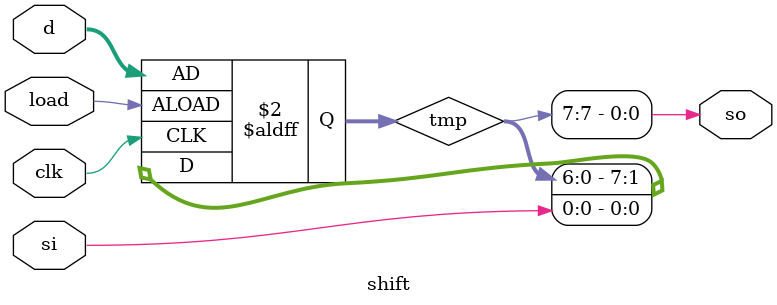
<source format=v>
module shift (clk, load, si, d, so);
	input        clk, si, load;
	input  [7:0] d;
	output       so;
	reg    [7:0] tmp;
	always @(posedge clk or posedge load)
	begin
	   if (load) 
              tmp <= d;
	   else
	      tmp <= {tmp[6:0], si};
	end
	   assign so = tmp[7];
        endmodule

</source>
